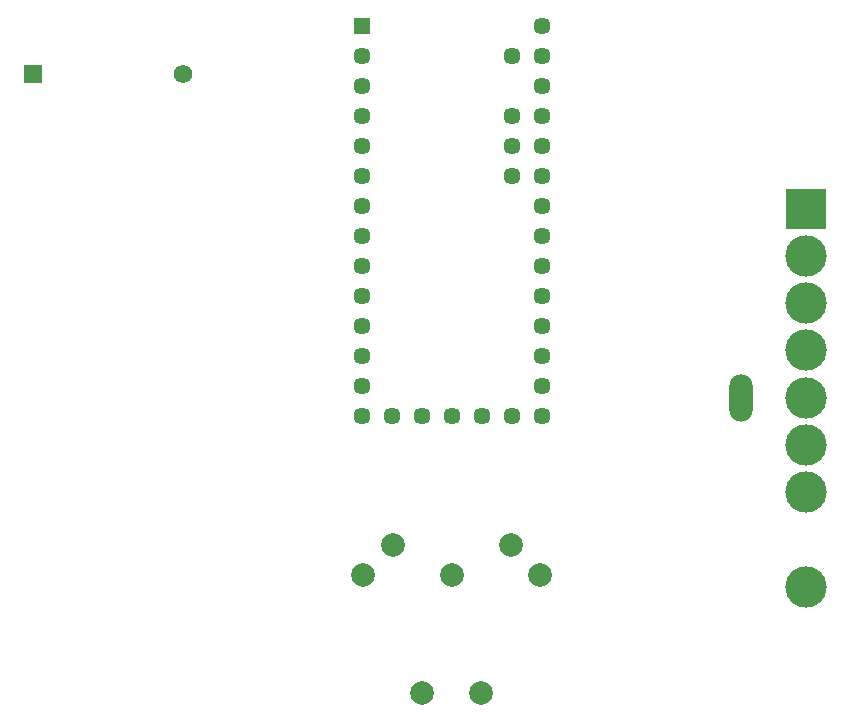
<source format=gts>
%FSLAX33Y33*%
%MOMM*%
%AMRR-H4000000-W2000000-R1000000-RO0.000*
21,1,2.,2.,0.,0.,360*
1,1,2.,0.,1.*
1,1,2.,0.,1.*
1,1,2.,0.,-1.*
1,1,2.,-0.,-1.*%
%AMRect-W1566000-H1566000-RO1.500*
21,1,1.566,1.566,0.,0.,90*%
%ADD10R,3.5X3.5*%
%ADD11C,3.5*%
%ADD12RR-H4000000-W2000000-R1000000-RO0.000*%
%ADD13C,2.*%
%ADD14C,1.566*%
%ADD15Rect-W1566000-H1566000-RO1.500*%
%ADD16C,1.45*%
%ADD17R,1.45X1.45*%
D10*
%LNtop solder mask_traces*%
%LNtop solder mask component 850c937d07aa44eb*%
G01*
X75000Y51000D03*
D11*
X75000Y47000D03*
X75000Y43000D03*
X75000Y39000D03*
X75000Y35000D03*
X75000Y31000D03*
X75000Y27000D03*
X75000Y19000D03*
D12*
X69500Y35000D03*
%LNtop solder mask component 22919f5b1da83a9d*%
D13*
X45000Y20000D03*
X37500Y20000D03*
X52500Y20000D03*
X40000Y22500D03*
X50000Y22500D03*
X42500Y10000D03*
X47500Y10000D03*
%LNtop solder mask component 794d13895f8c3f47*%
D14*
X22265Y62445D03*
D15*
X9565Y62445D03*
%LNtop solder mask component 6262f7c8d15c121a*%
D16*
X50080Y63970D03*
X50080Y58890D03*
X50080Y56350D03*
X50080Y53810D03*
X50080Y33490D03*
X47540Y33490D03*
X45000Y33490D03*
X42460Y33490D03*
X39920Y33490D03*
D17*
X37380Y66510D03*
D16*
X37380Y63970D03*
X37380Y61430D03*
X37380Y58890D03*
X37380Y56350D03*
X37380Y53810D03*
X37380Y51270D03*
X37380Y48730D03*
X37380Y46190D03*
X37380Y43650D03*
X37380Y41110D03*
X37380Y38570D03*
X37380Y36030D03*
X37380Y33490D03*
X52620Y33490D03*
X52620Y36030D03*
X52620Y38570D03*
X52620Y41110D03*
X52620Y43650D03*
X52620Y46190D03*
X52620Y48730D03*
X52620Y51270D03*
X52620Y53810D03*
X52620Y56350D03*
X52620Y58890D03*
X52620Y61430D03*
X52620Y63970D03*
X52620Y66510D03*
M02*
</source>
